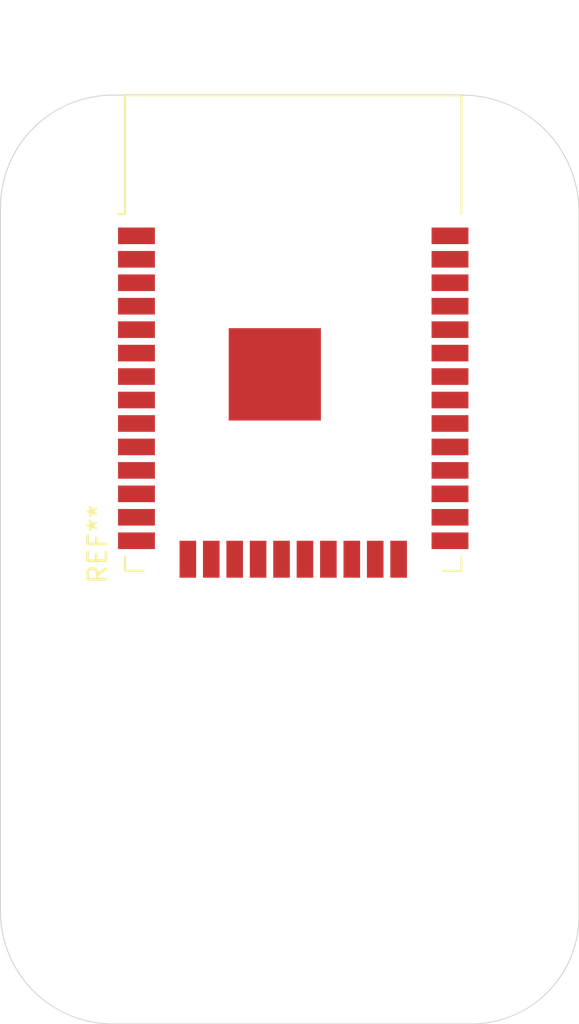
<source format=kicad_pcb>
(kicad_pcb (version 20171130) (host pcbnew "(5.1.2)-2")

  (general
    (thickness 1.6)
    (drawings 11)
    (tracks 0)
    (zones 0)
    (modules 1)
    (nets 1)
  )

  (page A4)
  (layers
    (0 F.Cu signal)
    (31 B.Cu signal)
    (32 B.Adhes user)
    (33 F.Adhes user)
    (34 B.Paste user)
    (35 F.Paste user)
    (36 B.SilkS user)
    (37 F.SilkS user)
    (38 B.Mask user)
    (39 F.Mask user)
    (40 Dwgs.User user)
    (41 Cmts.User user)
    (42 Eco1.User user)
    (43 Eco2.User user)
    (44 Edge.Cuts user)
    (45 Margin user)
    (46 B.CrtYd user)
    (47 F.CrtYd user)
    (48 B.Fab user)
    (49 F.Fab user)
  )

  (setup
    (last_trace_width 0.25)
    (trace_clearance 0.2)
    (zone_clearance 0.508)
    (zone_45_only no)
    (trace_min 0.2)
    (via_size 0.8)
    (via_drill 0.4)
    (via_min_size 0.4)
    (via_min_drill 0.3)
    (uvia_size 0.3)
    (uvia_drill 0.1)
    (uvias_allowed no)
    (uvia_min_size 0.2)
    (uvia_min_drill 0.1)
    (edge_width 0.05)
    (segment_width 0.2)
    (pcb_text_width 0.3)
    (pcb_text_size 1.5 1.5)
    (mod_edge_width 0.12)
    (mod_text_size 1 1)
    (mod_text_width 0.15)
    (pad_size 1.524 1.524)
    (pad_drill 0.762)
    (pad_to_mask_clearance 0.051)
    (solder_mask_min_width 0.25)
    (aux_axis_origin 0 0)
    (visible_elements FFFFFF7F)
    (pcbplotparams
      (layerselection 0x010fc_ffffffff)
      (usegerberextensions false)
      (usegerberattributes false)
      (usegerberadvancedattributes false)
      (creategerberjobfile false)
      (excludeedgelayer true)
      (linewidth 0.100000)
      (plotframeref false)
      (viasonmask false)
      (mode 1)
      (useauxorigin false)
      (hpglpennumber 1)
      (hpglpenspeed 20)
      (hpglpendiameter 15.000000)
      (psnegative false)
      (psa4output false)
      (plotreference true)
      (plotvalue true)
      (plotinvisibletext false)
      (padsonsilk false)
      (subtractmaskfromsilk false)
      (outputformat 1)
      (mirror false)
      (drillshape 1)
      (scaleselection 1)
      (outputdirectory ""))
  )

  (net 0 "")

  (net_class Default "This is the default net class."
    (clearance 0.2)
    (trace_width 0.25)
    (via_dia 0.8)
    (via_drill 0.4)
    (uvia_dia 0.3)
    (uvia_drill 0.1)
  )

  (module RF_Module:ESP32-WROOM-32 (layer F.Cu) (tedit 5B5B4654) (tstamp 5DF1E0ED)
    (at 188.976 116.205)
    (descr "Single 2.4 GHz Wi-Fi and Bluetooth combo chip https://www.espressif.com/sites/default/files/documentation/esp32-wroom-32_datasheet_en.pdf")
    (tags "Single 2.4 GHz Wi-Fi and Bluetooth combo  chip")
    (attr smd)
    (fp_text reference REF** (at -10.61 8.43 90) (layer F.SilkS)
      (effects (font (size 1 1) (thickness 0.15)))
    )
    (fp_text value ESP32-WROOM-32 (at 0 11.5) (layer F.Fab)
      (effects (font (size 1 1) (thickness 0.15)))
    )
    (fp_line (start -9.12 -9.445) (end -9.5 -9.445) (layer F.SilkS) (width 0.12))
    (fp_line (start -9.12 -15.865) (end -9.12 -9.445) (layer F.SilkS) (width 0.12))
    (fp_line (start 9.12 -15.865) (end 9.12 -9.445) (layer F.SilkS) (width 0.12))
    (fp_line (start -9.12 -15.865) (end 9.12 -15.865) (layer F.SilkS) (width 0.12))
    (fp_line (start 9.12 9.88) (end 8.12 9.88) (layer F.SilkS) (width 0.12))
    (fp_line (start 9.12 9.1) (end 9.12 9.88) (layer F.SilkS) (width 0.12))
    (fp_line (start -9.12 9.88) (end -8.12 9.88) (layer F.SilkS) (width 0.12))
    (fp_line (start -9.12 9.1) (end -9.12 9.88) (layer F.SilkS) (width 0.12))
    (fp_line (start 8.4 -20.6) (end 8.2 -20.4) (layer Cmts.User) (width 0.1))
    (fp_line (start 8.4 -16) (end 8.4 -20.6) (layer Cmts.User) (width 0.1))
    (fp_line (start 8.4 -20.6) (end 8.6 -20.4) (layer Cmts.User) (width 0.1))
    (fp_line (start 8.4 -16) (end 8.6 -16.2) (layer Cmts.User) (width 0.1))
    (fp_line (start 8.4 -16) (end 8.2 -16.2) (layer Cmts.User) (width 0.1))
    (fp_line (start -9.2 -13.875) (end -9.4 -14.075) (layer Cmts.User) (width 0.1))
    (fp_line (start -13.8 -13.875) (end -9.2 -13.875) (layer Cmts.User) (width 0.1))
    (fp_line (start -9.2 -13.875) (end -9.4 -13.675) (layer Cmts.User) (width 0.1))
    (fp_line (start -13.8 -13.875) (end -13.6 -13.675) (layer Cmts.User) (width 0.1))
    (fp_line (start -13.8 -13.875) (end -13.6 -14.075) (layer Cmts.User) (width 0.1))
    (fp_line (start 9.2 -13.875) (end 9.4 -13.675) (layer Cmts.User) (width 0.1))
    (fp_line (start 9.2 -13.875) (end 9.4 -14.075) (layer Cmts.User) (width 0.1))
    (fp_line (start 13.8 -13.875) (end 13.6 -13.675) (layer Cmts.User) (width 0.1))
    (fp_line (start 13.8 -13.875) (end 13.6 -14.075) (layer Cmts.User) (width 0.1))
    (fp_line (start 9.2 -13.875) (end 13.8 -13.875) (layer Cmts.User) (width 0.1))
    (fp_line (start 14 -11.585) (end 12 -9.97) (layer Dwgs.User) (width 0.1))
    (fp_line (start 14 -13.2) (end 10 -9.97) (layer Dwgs.User) (width 0.1))
    (fp_line (start 14 -14.815) (end 8 -9.97) (layer Dwgs.User) (width 0.1))
    (fp_line (start 14 -16.43) (end 6 -9.97) (layer Dwgs.User) (width 0.1))
    (fp_line (start 14 -18.045) (end 4 -9.97) (layer Dwgs.User) (width 0.1))
    (fp_line (start 14 -19.66) (end 2 -9.97) (layer Dwgs.User) (width 0.1))
    (fp_line (start 13.475 -20.75) (end 0 -9.97) (layer Dwgs.User) (width 0.1))
    (fp_line (start 11.475 -20.75) (end -2 -9.97) (layer Dwgs.User) (width 0.1))
    (fp_line (start 9.475 -20.75) (end -4 -9.97) (layer Dwgs.User) (width 0.1))
    (fp_line (start 7.475 -20.75) (end -6 -9.97) (layer Dwgs.User) (width 0.1))
    (fp_line (start -8 -9.97) (end 5.475 -20.75) (layer Dwgs.User) (width 0.1))
    (fp_line (start 3.475 -20.75) (end -10 -9.97) (layer Dwgs.User) (width 0.1))
    (fp_line (start 1.475 -20.75) (end -12 -9.97) (layer Dwgs.User) (width 0.1))
    (fp_line (start -0.525 -20.75) (end -14 -9.97) (layer Dwgs.User) (width 0.1))
    (fp_line (start -2.525 -20.75) (end -14 -11.585) (layer Dwgs.User) (width 0.1))
    (fp_line (start -4.525 -20.75) (end -14 -13.2) (layer Dwgs.User) (width 0.1))
    (fp_line (start -6.525 -20.75) (end -14 -14.815) (layer Dwgs.User) (width 0.1))
    (fp_line (start -8.525 -20.75) (end -14 -16.43) (layer Dwgs.User) (width 0.1))
    (fp_line (start -10.525 -20.75) (end -14 -18.045) (layer Dwgs.User) (width 0.1))
    (fp_line (start -12.525 -20.75) (end -14 -19.66) (layer Dwgs.User) (width 0.1))
    (fp_line (start 9.75 -9.72) (end 14.25 -9.72) (layer F.CrtYd) (width 0.05))
    (fp_line (start -14.25 -9.72) (end -9.75 -9.72) (layer F.CrtYd) (width 0.05))
    (fp_line (start 14.25 -21) (end 14.25 -9.72) (layer F.CrtYd) (width 0.05))
    (fp_line (start -14.25 -21) (end -14.25 -9.72) (layer F.CrtYd) (width 0.05))
    (fp_line (start 14 -20.75) (end -14 -20.75) (layer Dwgs.User) (width 0.1))
    (fp_line (start 14 -9.97) (end 14 -20.75) (layer Dwgs.User) (width 0.1))
    (fp_line (start 14 -9.97) (end -14 -9.97) (layer Dwgs.User) (width 0.1))
    (fp_line (start -9 -9.02) (end -8.5 -9.52) (layer F.Fab) (width 0.1))
    (fp_line (start -8.5 -9.52) (end -9 -10.02) (layer F.Fab) (width 0.1))
    (fp_line (start -9 -9.02) (end -9 9.76) (layer F.Fab) (width 0.1))
    (fp_line (start -14.25 -21) (end 14.25 -21) (layer F.CrtYd) (width 0.05))
    (fp_line (start 9.75 -9.72) (end 9.75 10.5) (layer F.CrtYd) (width 0.05))
    (fp_line (start -9.75 10.5) (end 9.75 10.5) (layer F.CrtYd) (width 0.05))
    (fp_line (start -9.75 10.5) (end -9.75 -9.72) (layer F.CrtYd) (width 0.05))
    (fp_line (start -9 -15.745) (end 9 -15.745) (layer F.Fab) (width 0.1))
    (fp_line (start -9 -15.745) (end -9 -10.02) (layer F.Fab) (width 0.1))
    (fp_line (start -9 9.76) (end 9 9.76) (layer F.Fab) (width 0.1))
    (fp_line (start 9 9.76) (end 9 -15.745) (layer F.Fab) (width 0.1))
    (fp_line (start -14 -9.97) (end -14 -20.75) (layer Dwgs.User) (width 0.1))
    (fp_text user "5 mm" (at 7.8 -19.075 90) (layer Cmts.User)
      (effects (font (size 0.5 0.5) (thickness 0.1)))
    )
    (fp_text user "5 mm" (at -11.2 -14.375) (layer Cmts.User)
      (effects (font (size 0.5 0.5) (thickness 0.1)))
    )
    (fp_text user "5 mm" (at 11.8 -14.375) (layer Cmts.User)
      (effects (font (size 0.5 0.5) (thickness 0.1)))
    )
    (fp_text user Antenna (at 0 -13) (layer Cmts.User)
      (effects (font (size 1 1) (thickness 0.15)))
    )
    (fp_text user "KEEP-OUT ZONE" (at 0 -19) (layer Cmts.User)
      (effects (font (size 1 1) (thickness 0.15)))
    )
    (fp_text user %R (at 0 0) (layer F.Fab)
      (effects (font (size 1 1) (thickness 0.15)))
    )
    (pad 38 smd rect (at 8.5 -8.255) (size 2 0.9) (layers F.Cu F.Paste F.Mask))
    (pad 37 smd rect (at 8.5 -6.985) (size 2 0.9) (layers F.Cu F.Paste F.Mask))
    (pad 36 smd rect (at 8.5 -5.715) (size 2 0.9) (layers F.Cu F.Paste F.Mask))
    (pad 35 smd rect (at 8.5 -4.445) (size 2 0.9) (layers F.Cu F.Paste F.Mask))
    (pad 34 smd rect (at 8.5 -3.175) (size 2 0.9) (layers F.Cu F.Paste F.Mask))
    (pad 33 smd rect (at 8.5 -1.905) (size 2 0.9) (layers F.Cu F.Paste F.Mask))
    (pad 32 smd rect (at 8.5 -0.635) (size 2 0.9) (layers F.Cu F.Paste F.Mask))
    (pad 31 smd rect (at 8.5 0.635) (size 2 0.9) (layers F.Cu F.Paste F.Mask))
    (pad 30 smd rect (at 8.5 1.905) (size 2 0.9) (layers F.Cu F.Paste F.Mask))
    (pad 29 smd rect (at 8.5 3.175) (size 2 0.9) (layers F.Cu F.Paste F.Mask))
    (pad 28 smd rect (at 8.5 4.445) (size 2 0.9) (layers F.Cu F.Paste F.Mask))
    (pad 27 smd rect (at 8.5 5.715) (size 2 0.9) (layers F.Cu F.Paste F.Mask))
    (pad 26 smd rect (at 8.5 6.985) (size 2 0.9) (layers F.Cu F.Paste F.Mask))
    (pad 25 smd rect (at 8.5 8.255) (size 2 0.9) (layers F.Cu F.Paste F.Mask))
    (pad 24 smd rect (at 5.715 9.255 90) (size 2 0.9) (layers F.Cu F.Paste F.Mask))
    (pad 23 smd rect (at 4.445 9.255 90) (size 2 0.9) (layers F.Cu F.Paste F.Mask))
    (pad 22 smd rect (at 3.175 9.255 90) (size 2 0.9) (layers F.Cu F.Paste F.Mask))
    (pad 21 smd rect (at 1.905 9.255 90) (size 2 0.9) (layers F.Cu F.Paste F.Mask))
    (pad 20 smd rect (at 0.635 9.255 90) (size 2 0.9) (layers F.Cu F.Paste F.Mask))
    (pad 19 smd rect (at -0.635 9.255 90) (size 2 0.9) (layers F.Cu F.Paste F.Mask))
    (pad 18 smd rect (at -1.905 9.255 90) (size 2 0.9) (layers F.Cu F.Paste F.Mask))
    (pad 17 smd rect (at -3.175 9.255 90) (size 2 0.9) (layers F.Cu F.Paste F.Mask))
    (pad 16 smd rect (at -4.445 9.255 90) (size 2 0.9) (layers F.Cu F.Paste F.Mask))
    (pad 15 smd rect (at -5.715 9.255 90) (size 2 0.9) (layers F.Cu F.Paste F.Mask))
    (pad 14 smd rect (at -8.5 8.255) (size 2 0.9) (layers F.Cu F.Paste F.Mask))
    (pad 13 smd rect (at -8.5 6.985) (size 2 0.9) (layers F.Cu F.Paste F.Mask))
    (pad 12 smd rect (at -8.5 5.715) (size 2 0.9) (layers F.Cu F.Paste F.Mask))
    (pad 11 smd rect (at -8.5 4.445) (size 2 0.9) (layers F.Cu F.Paste F.Mask))
    (pad 10 smd rect (at -8.5 3.175) (size 2 0.9) (layers F.Cu F.Paste F.Mask))
    (pad 9 smd rect (at -8.5 1.905) (size 2 0.9) (layers F.Cu F.Paste F.Mask))
    (pad 8 smd rect (at -8.5 0.635) (size 2 0.9) (layers F.Cu F.Paste F.Mask))
    (pad 7 smd rect (at -8.5 -0.635) (size 2 0.9) (layers F.Cu F.Paste F.Mask))
    (pad 6 smd rect (at -8.5 -1.905) (size 2 0.9) (layers F.Cu F.Paste F.Mask))
    (pad 5 smd rect (at -8.5 -3.175) (size 2 0.9) (layers F.Cu F.Paste F.Mask))
    (pad 4 smd rect (at -8.5 -4.445) (size 2 0.9) (layers F.Cu F.Paste F.Mask))
    (pad 3 smd rect (at -8.5 -5.715) (size 2 0.9) (layers F.Cu F.Paste F.Mask))
    (pad 2 smd rect (at -8.5 -6.985) (size 2 0.9) (layers F.Cu F.Paste F.Mask))
    (pad 1 smd rect (at -8.5 -8.255) (size 2 0.9) (layers F.Cu F.Paste F.Mask))
    (pad 39 smd rect (at -1 -0.755) (size 5 5) (layers F.Cu F.Paste F.Mask))
    (model ${KISYS3DMOD}/RF_Module.3dshapes/ESP32-WROOM-32.wrl
      (at (xyz 0 0 0))
      (scale (xyz 1 1 1))
      (rotate (xyz 0 0 0))
    )
  )

  (gr_line (start 198.628 150.622) (end 198.247 150.622) (layer Edge.Cuts) (width 0.05) (tstamp 5DF1E31E))
  (gr_arc (start 198.628 144.78) (end 198.628 150.622) (angle -91.24536427) (layer Edge.Cuts) (width 0.05))
  (gr_line (start 179.197 150.622) (end 198.247 150.622) (layer Edge.Cuts) (width 0.05))
  (gr_arc (start 179.197 144.526) (end 173.101 144.526) (angle -90) (layer Edge.Cuts) (width 0.05))
  (gr_line (start 173.101 126.873) (end 173.101 144.526) (layer Edge.Cuts) (width 0.05))
  (gr_line (start 204.47 126.746) (end 204.47 144.653) (layer Edge.Cuts) (width 0.05))
  (gr_line (start 173.101 106.426) (end 173.101 126.873) (layer Edge.Cuts) (width 0.05))
  (gr_line (start 204.47 106.68) (end 204.47 126.746) (layer Edge.Cuts) (width 0.05))
  (gr_line (start 179.197 100.33) (end 198.12 100.33) (layer Edge.Cuts) (width 0.05) (tstamp 5DF1E31C))
  (gr_arc (start 179.197 106.426) (end 179.197 100.33) (angle -90) (layer Edge.Cuts) (width 0.05))
  (gr_arc (start 198.12 106.68) (end 204.47 106.68) (angle -90) (layer Edge.Cuts) (width 0.05))

)

</source>
